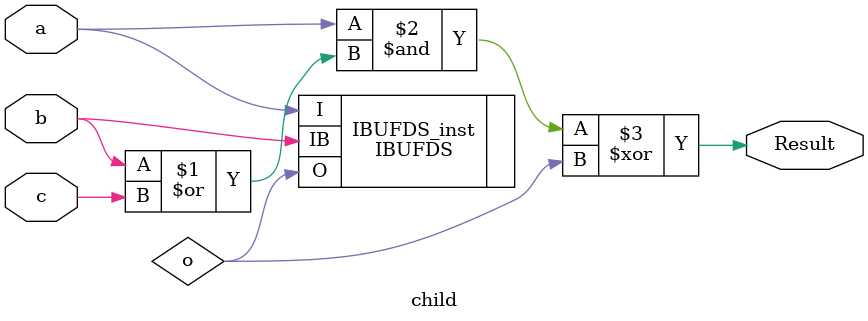
<source format=v>
`define K_COE 34

module child (
    // this is a test
    input a, b, c,
    // a test
    output Result       // balabalabala for result
);

    // a & b | ((b & c) & (b | c))
    // &=*, |=+               AB + BC(B+C)
    // Distribute             AB + BBC + BCC
    // Simplify AA = A        AB + BC + BC
    // Simplify A + A = A     AB + BC
    // Factor                 B(A+C)

    wire o;
    IBUFDS #(
        .DIFF_TERM("FALSE"),       // Differential Termination
        .IBUF_LOW_PWR("TRUE"),     // Low power="TRUE", Highest performance="FALSE" 
        .IOSTANDARD("DEFAULT"))    // Specify the input I/O standard
    IBUFDS_inst (
        .O(o),   // Buffer output
        .I(a),     // Diff_p buffer input (connect directly to top-level port)
        .IB(b)     // Diff_n buffer input (connect directly to top-level port)
    );

    assign Result = a & (b | c) ^ o;

endmodule
</source>
